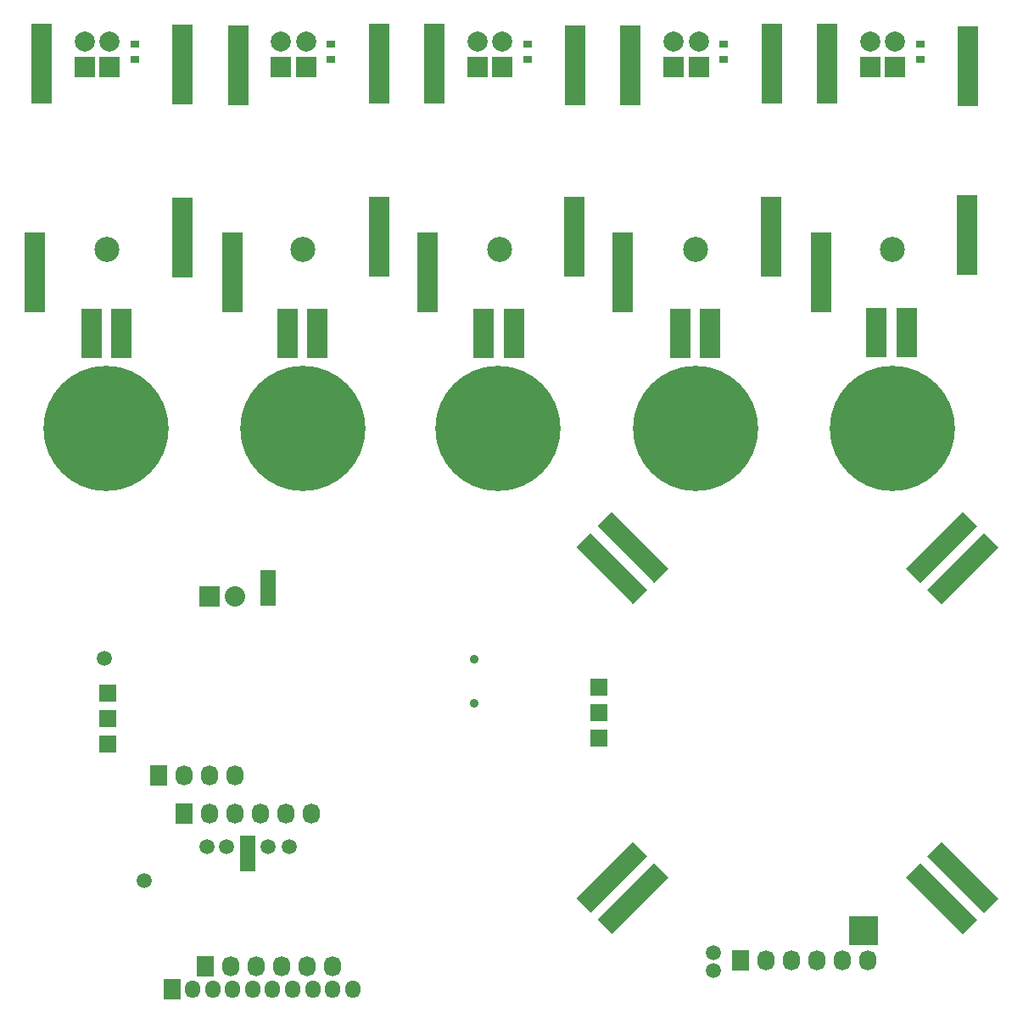
<source format=gbs>
G04 #@! TF.FileFunction,Soldermask,Bot*
%FSLAX46Y46*%
G04 Gerber Fmt 4.6, Leading zero omitted, Abs format (unit mm)*
G04 Created by KiCad (PCBNEW (2015-07-22 BZR 5980)-product) date Friday, October 16, 2015 'amt' 10:57:48 am*
%MOMM*%
G01*
G04 APERTURE LIST*
%ADD10C,0.100000*%
%ADD11R,0.889000X0.635000*%
%ADD12R,2.000000X2.000000*%
%ADD13C,2.000000*%
%ADD14C,2.500000*%
%ADD15C,1.500000*%
%ADD16R,3.000000X3.000000*%
%ADD17R,1.727200X2.032000*%
%ADD18O,1.524000X1.778000*%
%ADD19R,1.600200X3.599180*%
%ADD20R,2.032000X2.032000*%
%ADD21O,2.032000X2.032000*%
%ADD22R,1.778000X1.778000*%
%ADD23O,1.727200X2.032000*%
%ADD24C,0.899160*%
%ADD25R,2.000000X8.000000*%
%ADD26R,2.000000X5.000000*%
%ADD27C,12.500000*%
%ADD28C,1.501140*%
G04 APERTURE END LIST*
D10*
D11*
X144400000Y-59468000D03*
X144400000Y-60992000D03*
X124800000Y-59468000D03*
X124800000Y-60992000D03*
X105200000Y-59468000D03*
X105200000Y-60992000D03*
X85600000Y-59468000D03*
X85600000Y-60992000D03*
D12*
X141900000Y-61730000D03*
D13*
X141900000Y-59190000D03*
D12*
X122300000Y-61730000D03*
D13*
X122300000Y-59190000D03*
D12*
X102700000Y-61730000D03*
D13*
X102700000Y-59190000D03*
D12*
X83100000Y-61730000D03*
D13*
X83100000Y-59190000D03*
D12*
X139400000Y-61730000D03*
D13*
X139400000Y-59190000D03*
D12*
X119800000Y-61730000D03*
D13*
X119800000Y-59190000D03*
D12*
X100200000Y-61730000D03*
D13*
X100200000Y-59190000D03*
D12*
X80600000Y-61730000D03*
D13*
X80600000Y-59190000D03*
D12*
X61000000Y-61730000D03*
D13*
X61000000Y-59190000D03*
D12*
X63500000Y-61730000D03*
D13*
X63500000Y-59190000D03*
D14*
X141600000Y-79930000D03*
X122000000Y-79930000D03*
X102400000Y-79930000D03*
X82800000Y-79930000D03*
X63200000Y-79930000D03*
D15*
X123731448Y-150146544D03*
X123731448Y-151896544D03*
D16*
X138731448Y-147896544D03*
D17*
X69777275Y-153784192D03*
D18*
X71777275Y-153784192D03*
X73777275Y-153784192D03*
X75777275Y-153784192D03*
X77777275Y-153784192D03*
X79777275Y-153784192D03*
X81777275Y-153784192D03*
X83777275Y-153784192D03*
X85777275Y-153784192D03*
X87777275Y-153784192D03*
D19*
X79300000Y-113730000D03*
D20*
X73498559Y-114561294D03*
D21*
X76038559Y-114561294D03*
D19*
X77250000Y-140230000D03*
D22*
X63338559Y-129293294D03*
X63338559Y-126753294D03*
X63338559Y-124213294D03*
D17*
X70958559Y-136278294D03*
D23*
X73498559Y-136278294D03*
X76038559Y-136278294D03*
X78578559Y-136278294D03*
X81118559Y-136278294D03*
X83658559Y-136278294D03*
D17*
X68418559Y-132468294D03*
D23*
X70958559Y-132468294D03*
X73498559Y-132468294D03*
X76038559Y-132468294D03*
D22*
X112340410Y-128662661D03*
X112340410Y-126122661D03*
X112340410Y-123582661D03*
D24*
X99936704Y-120821380D03*
X99936704Y-125220660D03*
D25*
X70750000Y-61480000D03*
X90400000Y-61430000D03*
X110000000Y-61530000D03*
X129600000Y-61430000D03*
X70750000Y-78730000D03*
X90400000Y-78630000D03*
X109900000Y-78630000D03*
X129500000Y-78630000D03*
X149200000Y-61630000D03*
X149100000Y-78530000D03*
D26*
X143050000Y-88230000D03*
X140050000Y-88230000D03*
X123450000Y-88280000D03*
X120450000Y-88280000D03*
X103850000Y-88305000D03*
X100850000Y-88305000D03*
X84250000Y-88280000D03*
X81250000Y-88280000D03*
X64675000Y-88305000D03*
X61675000Y-88305000D03*
D25*
X56700000Y-61430000D03*
X76400000Y-61530000D03*
X95900000Y-61430000D03*
X115500000Y-61530000D03*
D10*
G36*
X110103806Y-109669340D02*
X111518020Y-108255126D01*
X117174874Y-113911980D01*
X115760660Y-115326194D01*
X110103806Y-109669340D01*
X110103806Y-109669340D01*
G37*
G36*
X112225126Y-107548020D02*
X113639340Y-106133806D01*
X119296194Y-111790660D01*
X117881980Y-113204874D01*
X112225126Y-107548020D01*
X112225126Y-107548020D01*
G37*
G36*
X148660660Y-106133806D02*
X150074874Y-107548020D01*
X144418020Y-113204874D01*
X143003806Y-111790660D01*
X148660660Y-106133806D01*
X148660660Y-106133806D01*
G37*
G36*
X150781980Y-108255126D02*
X152196194Y-109669340D01*
X146539340Y-115326194D01*
X145125126Y-113911980D01*
X150781980Y-108255126D01*
X150781980Y-108255126D01*
G37*
G36*
X152196194Y-144690660D02*
X150781980Y-146104874D01*
X145125126Y-140448020D01*
X146539340Y-139033806D01*
X152196194Y-144690660D01*
X152196194Y-144690660D01*
G37*
G36*
X150074874Y-146811980D02*
X148660660Y-148226194D01*
X143003806Y-142569340D01*
X144418020Y-141155126D01*
X150074874Y-146811980D01*
X150074874Y-146811980D01*
G37*
G36*
X113639340Y-148226194D02*
X112225126Y-146811980D01*
X117881980Y-141155126D01*
X119296194Y-142569340D01*
X113639340Y-148226194D01*
X113639340Y-148226194D01*
G37*
G36*
X111518020Y-146104874D02*
X110103806Y-144690660D01*
X115760660Y-139033806D01*
X117174874Y-140448020D01*
X111518020Y-146104874D01*
X111518020Y-146104874D01*
G37*
D25*
X135100000Y-61430000D03*
D27*
X122000000Y-97830000D03*
X102300000Y-97830000D03*
X82775000Y-97805000D03*
X63175000Y-97805000D03*
X141600000Y-97830000D03*
D25*
X56000000Y-82230000D03*
X75750000Y-82230000D03*
X95250000Y-82230000D03*
X114750000Y-82230000D03*
X134500000Y-82230000D03*
D17*
X73077275Y-151484192D03*
D23*
X75617275Y-151484192D03*
X78157275Y-151484192D03*
X80697275Y-151484192D03*
X83237275Y-151484192D03*
X85777275Y-151484192D03*
D17*
X126481448Y-150896544D03*
D23*
X129021448Y-150896544D03*
X131561448Y-150896544D03*
X134101448Y-150896544D03*
X136641448Y-150896544D03*
X139181448Y-150896544D03*
D28*
X75200000Y-139530000D03*
X79300000Y-139530000D03*
X81400000Y-139530000D03*
X73200000Y-139530000D03*
X63000000Y-120730000D03*
X67000000Y-142930000D03*
D11*
X66000000Y-59468000D03*
X66000000Y-60992000D03*
M02*

</source>
